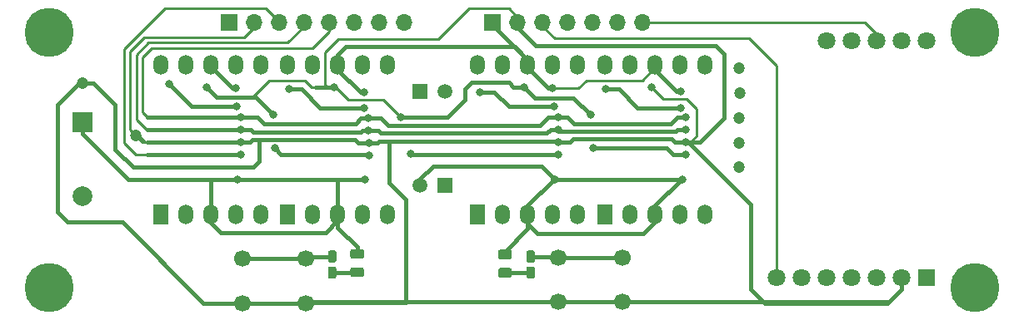
<source format=gbr>
G04 #@! TF.GenerationSoftware,KiCad,Pcbnew,(5.1.5)-2*
G04 #@! TF.CreationDate,2020-04-10T10:41:52+07:00*
G04 #@! TF.ProjectId,KIT_7SegLED_74HC595,4b49545f-3753-4656-974c-45445f373448,rev?*
G04 #@! TF.SameCoordinates,Original*
G04 #@! TF.FileFunction,Copper,L1,Top*
G04 #@! TF.FilePolarity,Positive*
%FSLAX46Y46*%
G04 Gerber Fmt 4.6, Leading zero omitted, Abs format (unit mm)*
G04 Created by KiCad (PCBNEW (5.1.5)-2) date 2020-04-10 10:41:52*
%MOMM*%
%LPD*%
G04 APERTURE LIST*
%ADD10R,1.700000X1.700000*%
%ADD11O,1.700000X1.700000*%
%ADD12C,1.800000*%
%ADD13R,1.800000X1.800000*%
%ADD14C,5.000000*%
%ADD15C,0.800000*%
%ADD16R,1.524000X2.000000*%
%ADD17O,1.524000X2.000000*%
%ADD18R,1.500000X1.500000*%
%ADD19C,1.500000*%
%ADD20R,2.000000X2.000000*%
%ADD21C,2.000000*%
%ADD22C,1.700000*%
%ADD23C,0.100000*%
%ADD24C,1.200000*%
%ADD25C,0.400000*%
%ADD26C,0.250000*%
G04 APERTURE END LIST*
D10*
X177609500Y-30289500D03*
D11*
X180149500Y-30289500D03*
X182689500Y-30289500D03*
X185229500Y-30289500D03*
X187769500Y-30289500D03*
X190309500Y-30289500D03*
X192849500Y-30289500D03*
D12*
X211518500Y-32131000D03*
X214058500Y-32131000D03*
X216598500Y-32131000D03*
X219138500Y-32131000D03*
X221678500Y-32131000D03*
X206438500Y-56261000D03*
X208978500Y-56261000D03*
X211518500Y-56261000D03*
X214058500Y-56261000D03*
X216598500Y-56261000D03*
X219138500Y-56261000D03*
D13*
X221678500Y-56261000D03*
D14*
X132524500Y-57289700D03*
D15*
X134399500Y-57289700D03*
X133850325Y-58615525D03*
X132524500Y-59164700D03*
X131198675Y-58615525D03*
X130649500Y-57289700D03*
X131198675Y-55963875D03*
X132524500Y-55414700D03*
X133850325Y-55963875D03*
X227957325Y-29928875D03*
X226631500Y-29379700D03*
X225305675Y-29928875D03*
X224756500Y-31254700D03*
X225305675Y-32580525D03*
X226631500Y-33129700D03*
X227957325Y-32580525D03*
X228506500Y-31254700D03*
D14*
X226631500Y-31254700D03*
X226631500Y-57289700D03*
D15*
X228506500Y-57289700D03*
X227957325Y-58615525D03*
X226631500Y-59164700D03*
X225305675Y-58615525D03*
X224756500Y-57289700D03*
X225305675Y-55963875D03*
X226631500Y-55414700D03*
X227957325Y-55963875D03*
X133850325Y-29928875D03*
X132524500Y-29379700D03*
X131198675Y-29928875D03*
X130649500Y-31254700D03*
X131198675Y-32580525D03*
X132524500Y-33129700D03*
X133850325Y-32580525D03*
X134399500Y-31254700D03*
D14*
X132524500Y-31254700D03*
D16*
X156790601Y-49821499D03*
D17*
X159330601Y-49821499D03*
X161870601Y-49821499D03*
X164410601Y-49821499D03*
X166950601Y-49821499D03*
X166950601Y-34581499D03*
X164410601Y-34581499D03*
X161870601Y-34581499D03*
X159330601Y-34581499D03*
X156790601Y-34581499D03*
D16*
X143852900Y-49822100D03*
D17*
X146392900Y-49822100D03*
X148932900Y-49822100D03*
X151472900Y-49822100D03*
X154012900Y-49822100D03*
X154012900Y-34582100D03*
X151472900Y-34582100D03*
X148932900Y-34582100D03*
X146392900Y-34582100D03*
X143852900Y-34582100D03*
X176094601Y-34581499D03*
X178634601Y-34581499D03*
X181174601Y-34581499D03*
X183714601Y-34581499D03*
X186254601Y-34581499D03*
X186254601Y-49821499D03*
X183714601Y-49821499D03*
X181174601Y-49821499D03*
X178634601Y-49821499D03*
D16*
X176094601Y-49821499D03*
X189045501Y-49821499D03*
D17*
X191585501Y-49821499D03*
X194125501Y-49821499D03*
X196665501Y-49821499D03*
X199205501Y-49821499D03*
X199205501Y-34581499D03*
X196665501Y-34581499D03*
X194125501Y-34581499D03*
X191585501Y-34581499D03*
X189045501Y-34581499D03*
D18*
X170247601Y-37299900D03*
D19*
X172787601Y-37299900D03*
X170257601Y-46824900D03*
D18*
X172797601Y-46824900D03*
D20*
X135890000Y-40386000D03*
D21*
X135890000Y-47986000D03*
D22*
X152146000Y-54338001D03*
X158646000Y-54338001D03*
X152146000Y-58838001D03*
X158646000Y-58838001D03*
X190777000Y-58729000D03*
X184277000Y-58729000D03*
X190777000Y-54229000D03*
X184277000Y-54229000D03*
D10*
X150812500Y-30289500D03*
D11*
X153352500Y-30289500D03*
X155892500Y-30289500D03*
X158432500Y-30289500D03*
X160972500Y-30289500D03*
X163512500Y-30289500D03*
X166052500Y-30289500D03*
X168592500Y-30289500D03*
G04 #@! TA.AperFunction,SMDPad,CuDef*
D23*
G36*
X161523329Y-53490523D02*
G01*
X161543957Y-53493583D01*
X161564185Y-53498650D01*
X161583820Y-53505676D01*
X161602672Y-53514592D01*
X161620559Y-53525313D01*
X161637309Y-53537735D01*
X161652760Y-53551740D01*
X161666765Y-53567191D01*
X161679187Y-53583941D01*
X161689908Y-53601828D01*
X161698824Y-53620680D01*
X161705850Y-53640315D01*
X161710917Y-53660543D01*
X161713977Y-53681171D01*
X161715000Y-53702000D01*
X161715000Y-54502000D01*
X161713977Y-54522829D01*
X161710917Y-54543457D01*
X161705850Y-54563685D01*
X161698824Y-54583320D01*
X161689908Y-54602172D01*
X161679187Y-54620059D01*
X161666765Y-54636809D01*
X161652760Y-54652260D01*
X161637309Y-54666265D01*
X161620559Y-54678687D01*
X161602672Y-54689408D01*
X161583820Y-54698324D01*
X161564185Y-54705350D01*
X161543957Y-54710417D01*
X161523329Y-54713477D01*
X161502500Y-54714500D01*
X161077500Y-54714500D01*
X161056671Y-54713477D01*
X161036043Y-54710417D01*
X161015815Y-54705350D01*
X160996180Y-54698324D01*
X160977328Y-54689408D01*
X160959441Y-54678687D01*
X160942691Y-54666265D01*
X160927240Y-54652260D01*
X160913235Y-54636809D01*
X160900813Y-54620059D01*
X160890092Y-54602172D01*
X160881176Y-54583320D01*
X160874150Y-54563685D01*
X160869083Y-54543457D01*
X160866023Y-54522829D01*
X160865000Y-54502000D01*
X160865000Y-53702000D01*
X160866023Y-53681171D01*
X160869083Y-53660543D01*
X160874150Y-53640315D01*
X160881176Y-53620680D01*
X160890092Y-53601828D01*
X160900813Y-53583941D01*
X160913235Y-53567191D01*
X160927240Y-53551740D01*
X160942691Y-53537735D01*
X160959441Y-53525313D01*
X160977328Y-53514592D01*
X160996180Y-53505676D01*
X161015815Y-53498650D01*
X161036043Y-53493583D01*
X161056671Y-53490523D01*
X161077500Y-53489500D01*
X161502500Y-53489500D01*
X161523329Y-53490523D01*
G37*
G04 #@! TD.AperFunction*
G04 #@! TA.AperFunction,SMDPad,CuDef*
G36*
X161523329Y-55115523D02*
G01*
X161543957Y-55118583D01*
X161564185Y-55123650D01*
X161583820Y-55130676D01*
X161602672Y-55139592D01*
X161620559Y-55150313D01*
X161637309Y-55162735D01*
X161652760Y-55176740D01*
X161666765Y-55192191D01*
X161679187Y-55208941D01*
X161689908Y-55226828D01*
X161698824Y-55245680D01*
X161705850Y-55265315D01*
X161710917Y-55285543D01*
X161713977Y-55306171D01*
X161715000Y-55327000D01*
X161715000Y-56127000D01*
X161713977Y-56147829D01*
X161710917Y-56168457D01*
X161705850Y-56188685D01*
X161698824Y-56208320D01*
X161689908Y-56227172D01*
X161679187Y-56245059D01*
X161666765Y-56261809D01*
X161652760Y-56277260D01*
X161637309Y-56291265D01*
X161620559Y-56303687D01*
X161602672Y-56314408D01*
X161583820Y-56323324D01*
X161564185Y-56330350D01*
X161543957Y-56335417D01*
X161523329Y-56338477D01*
X161502500Y-56339500D01*
X161077500Y-56339500D01*
X161056671Y-56338477D01*
X161036043Y-56335417D01*
X161015815Y-56330350D01*
X160996180Y-56323324D01*
X160977328Y-56314408D01*
X160959441Y-56303687D01*
X160942691Y-56291265D01*
X160927240Y-56277260D01*
X160913235Y-56261809D01*
X160900813Y-56245059D01*
X160890092Y-56227172D01*
X160881176Y-56208320D01*
X160874150Y-56188685D01*
X160869083Y-56168457D01*
X160866023Y-56147829D01*
X160865000Y-56127000D01*
X160865000Y-55327000D01*
X160866023Y-55306171D01*
X160869083Y-55285543D01*
X160874150Y-55265315D01*
X160881176Y-55245680D01*
X160890092Y-55226828D01*
X160900813Y-55208941D01*
X160913235Y-55192191D01*
X160927240Y-55176740D01*
X160942691Y-55162735D01*
X160959441Y-55150313D01*
X160977328Y-55139592D01*
X160996180Y-55130676D01*
X161015815Y-55123650D01*
X161036043Y-55118583D01*
X161056671Y-55115523D01*
X161077500Y-55114500D01*
X161502500Y-55114500D01*
X161523329Y-55115523D01*
G37*
G04 #@! TD.AperFunction*
G04 #@! TA.AperFunction,SMDPad,CuDef*
G36*
X181690929Y-55115823D02*
G01*
X181711557Y-55118883D01*
X181731785Y-55123950D01*
X181751420Y-55130976D01*
X181770272Y-55139892D01*
X181788159Y-55150613D01*
X181804909Y-55163035D01*
X181820360Y-55177040D01*
X181834365Y-55192491D01*
X181846787Y-55209241D01*
X181857508Y-55227128D01*
X181866424Y-55245980D01*
X181873450Y-55265615D01*
X181878517Y-55285843D01*
X181881577Y-55306471D01*
X181882600Y-55327300D01*
X181882600Y-56127300D01*
X181881577Y-56148129D01*
X181878517Y-56168757D01*
X181873450Y-56188985D01*
X181866424Y-56208620D01*
X181857508Y-56227472D01*
X181846787Y-56245359D01*
X181834365Y-56262109D01*
X181820360Y-56277560D01*
X181804909Y-56291565D01*
X181788159Y-56303987D01*
X181770272Y-56314708D01*
X181751420Y-56323624D01*
X181731785Y-56330650D01*
X181711557Y-56335717D01*
X181690929Y-56338777D01*
X181670100Y-56339800D01*
X181245100Y-56339800D01*
X181224271Y-56338777D01*
X181203643Y-56335717D01*
X181183415Y-56330650D01*
X181163780Y-56323624D01*
X181144928Y-56314708D01*
X181127041Y-56303987D01*
X181110291Y-56291565D01*
X181094840Y-56277560D01*
X181080835Y-56262109D01*
X181068413Y-56245359D01*
X181057692Y-56227472D01*
X181048776Y-56208620D01*
X181041750Y-56188985D01*
X181036683Y-56168757D01*
X181033623Y-56148129D01*
X181032600Y-56127300D01*
X181032600Y-55327300D01*
X181033623Y-55306471D01*
X181036683Y-55285843D01*
X181041750Y-55265615D01*
X181048776Y-55245980D01*
X181057692Y-55227128D01*
X181068413Y-55209241D01*
X181080835Y-55192491D01*
X181094840Y-55177040D01*
X181110291Y-55163035D01*
X181127041Y-55150613D01*
X181144928Y-55139892D01*
X181163780Y-55130976D01*
X181183415Y-55123950D01*
X181203643Y-55118883D01*
X181224271Y-55115823D01*
X181245100Y-55114800D01*
X181670100Y-55114800D01*
X181690929Y-55115823D01*
G37*
G04 #@! TD.AperFunction*
G04 #@! TA.AperFunction,SMDPad,CuDef*
G36*
X181690929Y-53490823D02*
G01*
X181711557Y-53493883D01*
X181731785Y-53498950D01*
X181751420Y-53505976D01*
X181770272Y-53514892D01*
X181788159Y-53525613D01*
X181804909Y-53538035D01*
X181820360Y-53552040D01*
X181834365Y-53567491D01*
X181846787Y-53584241D01*
X181857508Y-53602128D01*
X181866424Y-53620980D01*
X181873450Y-53640615D01*
X181878517Y-53660843D01*
X181881577Y-53681471D01*
X181882600Y-53702300D01*
X181882600Y-54502300D01*
X181881577Y-54523129D01*
X181878517Y-54543757D01*
X181873450Y-54563985D01*
X181866424Y-54583620D01*
X181857508Y-54602472D01*
X181846787Y-54620359D01*
X181834365Y-54637109D01*
X181820360Y-54652560D01*
X181804909Y-54666565D01*
X181788159Y-54678987D01*
X181770272Y-54689708D01*
X181751420Y-54698624D01*
X181731785Y-54705650D01*
X181711557Y-54710717D01*
X181690929Y-54713777D01*
X181670100Y-54714800D01*
X181245100Y-54714800D01*
X181224271Y-54713777D01*
X181203643Y-54710717D01*
X181183415Y-54705650D01*
X181163780Y-54698624D01*
X181144928Y-54689708D01*
X181127041Y-54678987D01*
X181110291Y-54666565D01*
X181094840Y-54652560D01*
X181080835Y-54637109D01*
X181068413Y-54620359D01*
X181057692Y-54602472D01*
X181048776Y-54583620D01*
X181041750Y-54563985D01*
X181036683Y-54543757D01*
X181033623Y-54523129D01*
X181032600Y-54502300D01*
X181032600Y-53702300D01*
X181033623Y-53681471D01*
X181036683Y-53660843D01*
X181041750Y-53640615D01*
X181048776Y-53620980D01*
X181057692Y-53602128D01*
X181068413Y-53584241D01*
X181080835Y-53567491D01*
X181094840Y-53552040D01*
X181110291Y-53538035D01*
X181127041Y-53525613D01*
X181144928Y-53514892D01*
X181163780Y-53505976D01*
X181183415Y-53498950D01*
X181203643Y-53493883D01*
X181224271Y-53490823D01*
X181245100Y-53489800D01*
X181670100Y-53489800D01*
X181690929Y-53490823D01*
G37*
G04 #@! TD.AperFunction*
G04 #@! TA.AperFunction,SMDPad,CuDef*
G36*
X164310142Y-53338574D02*
G01*
X164333803Y-53342084D01*
X164357007Y-53347896D01*
X164379529Y-53355954D01*
X164401153Y-53366182D01*
X164421670Y-53378479D01*
X164440883Y-53392729D01*
X164458607Y-53408793D01*
X164474671Y-53426517D01*
X164488921Y-53445730D01*
X164501218Y-53466247D01*
X164511446Y-53487871D01*
X164519504Y-53510393D01*
X164525316Y-53533597D01*
X164528826Y-53557258D01*
X164530000Y-53581150D01*
X164530000Y-54068650D01*
X164528826Y-54092542D01*
X164525316Y-54116203D01*
X164519504Y-54139407D01*
X164511446Y-54161929D01*
X164501218Y-54183553D01*
X164488921Y-54204070D01*
X164474671Y-54223283D01*
X164458607Y-54241007D01*
X164440883Y-54257071D01*
X164421670Y-54271321D01*
X164401153Y-54283618D01*
X164379529Y-54293846D01*
X164357007Y-54301904D01*
X164333803Y-54307716D01*
X164310142Y-54311226D01*
X164286250Y-54312400D01*
X163373750Y-54312400D01*
X163349858Y-54311226D01*
X163326197Y-54307716D01*
X163302993Y-54301904D01*
X163280471Y-54293846D01*
X163258847Y-54283618D01*
X163238330Y-54271321D01*
X163219117Y-54257071D01*
X163201393Y-54241007D01*
X163185329Y-54223283D01*
X163171079Y-54204070D01*
X163158782Y-54183553D01*
X163148554Y-54161929D01*
X163140496Y-54139407D01*
X163134684Y-54116203D01*
X163131174Y-54092542D01*
X163130000Y-54068650D01*
X163130000Y-53581150D01*
X163131174Y-53557258D01*
X163134684Y-53533597D01*
X163140496Y-53510393D01*
X163148554Y-53487871D01*
X163158782Y-53466247D01*
X163171079Y-53445730D01*
X163185329Y-53426517D01*
X163201393Y-53408793D01*
X163219117Y-53392729D01*
X163238330Y-53378479D01*
X163258847Y-53366182D01*
X163280471Y-53355954D01*
X163302993Y-53347896D01*
X163326197Y-53342084D01*
X163349858Y-53338574D01*
X163373750Y-53337400D01*
X164286250Y-53337400D01*
X164310142Y-53338574D01*
G37*
G04 #@! TD.AperFunction*
G04 #@! TA.AperFunction,SMDPad,CuDef*
G36*
X164310142Y-55213574D02*
G01*
X164333803Y-55217084D01*
X164357007Y-55222896D01*
X164379529Y-55230954D01*
X164401153Y-55241182D01*
X164421670Y-55253479D01*
X164440883Y-55267729D01*
X164458607Y-55283793D01*
X164474671Y-55301517D01*
X164488921Y-55320730D01*
X164501218Y-55341247D01*
X164511446Y-55362871D01*
X164519504Y-55385393D01*
X164525316Y-55408597D01*
X164528826Y-55432258D01*
X164530000Y-55456150D01*
X164530000Y-55943650D01*
X164528826Y-55967542D01*
X164525316Y-55991203D01*
X164519504Y-56014407D01*
X164511446Y-56036929D01*
X164501218Y-56058553D01*
X164488921Y-56079070D01*
X164474671Y-56098283D01*
X164458607Y-56116007D01*
X164440883Y-56132071D01*
X164421670Y-56146321D01*
X164401153Y-56158618D01*
X164379529Y-56168846D01*
X164357007Y-56176904D01*
X164333803Y-56182716D01*
X164310142Y-56186226D01*
X164286250Y-56187400D01*
X163373750Y-56187400D01*
X163349858Y-56186226D01*
X163326197Y-56182716D01*
X163302993Y-56176904D01*
X163280471Y-56168846D01*
X163258847Y-56158618D01*
X163238330Y-56146321D01*
X163219117Y-56132071D01*
X163201393Y-56116007D01*
X163185329Y-56098283D01*
X163171079Y-56079070D01*
X163158782Y-56058553D01*
X163148554Y-56036929D01*
X163140496Y-56014407D01*
X163134684Y-55991203D01*
X163131174Y-55967542D01*
X163130000Y-55943650D01*
X163130000Y-55456150D01*
X163131174Y-55432258D01*
X163134684Y-55408597D01*
X163140496Y-55385393D01*
X163148554Y-55362871D01*
X163158782Y-55341247D01*
X163171079Y-55320730D01*
X163185329Y-55301517D01*
X163201393Y-55283793D01*
X163219117Y-55267729D01*
X163238330Y-55253479D01*
X163258847Y-55241182D01*
X163280471Y-55230954D01*
X163302993Y-55222896D01*
X163326197Y-55217084D01*
X163349858Y-55213574D01*
X163373750Y-55212400D01*
X164286250Y-55212400D01*
X164310142Y-55213574D01*
G37*
G04 #@! TD.AperFunction*
G04 #@! TA.AperFunction,SMDPad,CuDef*
G36*
X179346942Y-55264374D02*
G01*
X179370603Y-55267884D01*
X179393807Y-55273696D01*
X179416329Y-55281754D01*
X179437953Y-55291982D01*
X179458470Y-55304279D01*
X179477683Y-55318529D01*
X179495407Y-55334593D01*
X179511471Y-55352317D01*
X179525721Y-55371530D01*
X179538018Y-55392047D01*
X179548246Y-55413671D01*
X179556304Y-55436193D01*
X179562116Y-55459397D01*
X179565626Y-55483058D01*
X179566800Y-55506950D01*
X179566800Y-55994450D01*
X179565626Y-56018342D01*
X179562116Y-56042003D01*
X179556304Y-56065207D01*
X179548246Y-56087729D01*
X179538018Y-56109353D01*
X179525721Y-56129870D01*
X179511471Y-56149083D01*
X179495407Y-56166807D01*
X179477683Y-56182871D01*
X179458470Y-56197121D01*
X179437953Y-56209418D01*
X179416329Y-56219646D01*
X179393807Y-56227704D01*
X179370603Y-56233516D01*
X179346942Y-56237026D01*
X179323050Y-56238200D01*
X178410550Y-56238200D01*
X178386658Y-56237026D01*
X178362997Y-56233516D01*
X178339793Y-56227704D01*
X178317271Y-56219646D01*
X178295647Y-56209418D01*
X178275130Y-56197121D01*
X178255917Y-56182871D01*
X178238193Y-56166807D01*
X178222129Y-56149083D01*
X178207879Y-56129870D01*
X178195582Y-56109353D01*
X178185354Y-56087729D01*
X178177296Y-56065207D01*
X178171484Y-56042003D01*
X178167974Y-56018342D01*
X178166800Y-55994450D01*
X178166800Y-55506950D01*
X178167974Y-55483058D01*
X178171484Y-55459397D01*
X178177296Y-55436193D01*
X178185354Y-55413671D01*
X178195582Y-55392047D01*
X178207879Y-55371530D01*
X178222129Y-55352317D01*
X178238193Y-55334593D01*
X178255917Y-55318529D01*
X178275130Y-55304279D01*
X178295647Y-55291982D01*
X178317271Y-55281754D01*
X178339793Y-55273696D01*
X178362997Y-55267884D01*
X178386658Y-55264374D01*
X178410550Y-55263200D01*
X179323050Y-55263200D01*
X179346942Y-55264374D01*
G37*
G04 #@! TD.AperFunction*
G04 #@! TA.AperFunction,SMDPad,CuDef*
G36*
X179346942Y-53389374D02*
G01*
X179370603Y-53392884D01*
X179393807Y-53398696D01*
X179416329Y-53406754D01*
X179437953Y-53416982D01*
X179458470Y-53429279D01*
X179477683Y-53443529D01*
X179495407Y-53459593D01*
X179511471Y-53477317D01*
X179525721Y-53496530D01*
X179538018Y-53517047D01*
X179548246Y-53538671D01*
X179556304Y-53561193D01*
X179562116Y-53584397D01*
X179565626Y-53608058D01*
X179566800Y-53631950D01*
X179566800Y-54119450D01*
X179565626Y-54143342D01*
X179562116Y-54167003D01*
X179556304Y-54190207D01*
X179548246Y-54212729D01*
X179538018Y-54234353D01*
X179525721Y-54254870D01*
X179511471Y-54274083D01*
X179495407Y-54291807D01*
X179477683Y-54307871D01*
X179458470Y-54322121D01*
X179437953Y-54334418D01*
X179416329Y-54344646D01*
X179393807Y-54352704D01*
X179370603Y-54358516D01*
X179346942Y-54362026D01*
X179323050Y-54363200D01*
X178410550Y-54363200D01*
X178386658Y-54362026D01*
X178362997Y-54358516D01*
X178339793Y-54352704D01*
X178317271Y-54344646D01*
X178295647Y-54334418D01*
X178275130Y-54322121D01*
X178255917Y-54307871D01*
X178238193Y-54291807D01*
X178222129Y-54274083D01*
X178207879Y-54254870D01*
X178195582Y-54234353D01*
X178185354Y-54212729D01*
X178177296Y-54190207D01*
X178171484Y-54167003D01*
X178167974Y-54143342D01*
X178166800Y-54119450D01*
X178166800Y-53631950D01*
X178167974Y-53608058D01*
X178171484Y-53584397D01*
X178177296Y-53561193D01*
X178185354Y-53538671D01*
X178195582Y-53517047D01*
X178207879Y-53496530D01*
X178222129Y-53477317D01*
X178238193Y-53459593D01*
X178255917Y-53443529D01*
X178275130Y-53429279D01*
X178295647Y-53416982D01*
X178317271Y-53406754D01*
X178339793Y-53398696D01*
X178362997Y-53392884D01*
X178386658Y-53389374D01*
X178410550Y-53388200D01*
X179323050Y-53388200D01*
X179346942Y-53389374D01*
G37*
G04 #@! TD.AperFunction*
D15*
X151599900Y-38823900D03*
X144706400Y-36502400D03*
X152044400Y-42443400D03*
X155282900Y-39649400D03*
X148551900Y-36855400D03*
X161489601Y-36854799D03*
X184286101Y-42442799D03*
X180793601Y-36854799D03*
X197237001Y-42442799D03*
X193744501Y-36854799D03*
X165061900Y-42570400D03*
X187540900Y-39649400D03*
X180809900Y-36855400D03*
X168300400Y-39903400D03*
D24*
X135890000Y-36449000D03*
X202628500Y-45021500D03*
D15*
X151663400Y-46253400D03*
X164601101Y-46252799D03*
X183905101Y-46252799D03*
X196856001Y-46252799D03*
X151472900Y-36982400D03*
X183714601Y-36982400D03*
X164553900Y-37363400D03*
X196684900Y-37299900D03*
D24*
X202692000Y-37465000D03*
D15*
X164553900Y-38950900D03*
X156908500Y-37020500D03*
X183841601Y-38823299D03*
X176339500Y-37338000D03*
X196748400Y-38950900D03*
X189103000Y-37020500D03*
X152044400Y-43713400D03*
X152044400Y-39903400D03*
X184286101Y-39902799D03*
X197237001Y-39902799D03*
X164998400Y-40030400D03*
D24*
X202628500Y-40005000D03*
D15*
X152044400Y-41173400D03*
X184286101Y-41172799D03*
X197237001Y-41172799D03*
X164998400Y-41300400D03*
D24*
X202628500Y-42545000D03*
D15*
X155473400Y-43078400D03*
X165061900Y-43840400D03*
X184286101Y-43712799D03*
X169252900Y-43624500D03*
X197237001Y-43712799D03*
X187794900Y-43014900D03*
D24*
X202628500Y-34925000D03*
X141325600Y-41757600D03*
D25*
X151599900Y-38823900D02*
X147027900Y-38823900D01*
X147027900Y-38823900D02*
X144706400Y-36502400D01*
X148551900Y-36855400D02*
X149567900Y-37871400D01*
X153504900Y-37871400D02*
X155282900Y-39649400D01*
X179260500Y-36385500D02*
X175450500Y-36385500D01*
X174815500Y-38100000D02*
X174815500Y-37020500D01*
X174815500Y-37020500D02*
X175450500Y-36385500D01*
X173012100Y-39903400D02*
X174815500Y-38100000D01*
X168300400Y-39903400D02*
X173012100Y-39903400D01*
X179729799Y-36854799D02*
X179260500Y-36385500D01*
X180793601Y-36854799D02*
X179729799Y-36854799D01*
X196112799Y-42442799D02*
X197237001Y-42442799D01*
X195795900Y-42125900D02*
X196112799Y-42442799D01*
X185762900Y-42125900D02*
X195795900Y-42125900D01*
X184286101Y-42442799D02*
X185446001Y-42442799D01*
X185446001Y-42442799D02*
X185762900Y-42125900D01*
X185826400Y-37934900D02*
X187540900Y-39649400D01*
X180809900Y-36855400D02*
X181889400Y-37934900D01*
X181889400Y-37934900D02*
X185826400Y-37934900D01*
D26*
X166522400Y-38125400D02*
X168300400Y-39903400D01*
X162966400Y-38125400D02*
X166522400Y-38125400D01*
X161489601Y-36854799D02*
X161695799Y-36854799D01*
X161695799Y-36854799D02*
X162966400Y-38125400D01*
X197701501Y-42442799D02*
X197237001Y-42442799D01*
X198335900Y-41808400D02*
X197701501Y-42442799D01*
X193744501Y-36899501D02*
X194906900Y-38061900D01*
X197319900Y-38061900D02*
X198335900Y-39077900D01*
X194906900Y-38061900D02*
X197319900Y-38061900D01*
X193744501Y-36854799D02*
X193744501Y-36899501D01*
X198335900Y-39077900D02*
X198335900Y-41808400D01*
D25*
X184223202Y-42379900D02*
X184286101Y-42442799D01*
X165061900Y-42570400D02*
X165887400Y-42570400D01*
X165887400Y-42570400D02*
X166077900Y-42379900D01*
X152933400Y-42443400D02*
X152044400Y-42443400D01*
X153187400Y-42189400D02*
X152933400Y-42443400D01*
X165061900Y-42570400D02*
X163982400Y-42570400D01*
X163982400Y-42570400D02*
X163601400Y-42189400D01*
X152044400Y-42443400D02*
X142557500Y-42443400D01*
D26*
X142557500Y-42443400D02*
X142265400Y-42443400D01*
D25*
X161489601Y-36854799D02*
X159600299Y-36854799D01*
D26*
X159600299Y-36854799D02*
X159219299Y-36854799D01*
X159219299Y-36854799D02*
X158559500Y-36195000D01*
X158559500Y-36195000D02*
X154876500Y-36195000D01*
D25*
X149567900Y-37871400D02*
X153225500Y-37846000D01*
D26*
X154876500Y-36195000D02*
X153225500Y-37846000D01*
D25*
X153225500Y-37846000D02*
X153504900Y-37871400D01*
X219138500Y-56261000D02*
X219138500Y-57213500D01*
X167106600Y-42379900D02*
X184223202Y-42379900D01*
X166077900Y-42379900D02*
X167106600Y-42379900D01*
X153885900Y-42189400D02*
X153187400Y-42189400D01*
X163601400Y-42189400D02*
X153885900Y-42189400D01*
X158646000Y-58838001D02*
X152146000Y-58838001D01*
X190777000Y-58729000D02*
X184277000Y-58729000D01*
X158755001Y-58729000D02*
X158646000Y-58838001D01*
X184277000Y-58729000D02*
X158755001Y-58729000D01*
X158683001Y-58801000D02*
X158646000Y-58838001D01*
X168783000Y-58801000D02*
X158683001Y-58801000D01*
X168783000Y-48260000D02*
X168783000Y-58801000D01*
X167106600Y-42379900D02*
X167106600Y-46583600D01*
X167106600Y-46583600D02*
X168783000Y-48260000D01*
X217877000Y-58729000D02*
X219138500Y-57467500D01*
X190777000Y-58729000D02*
X217877000Y-58729000D01*
X219138500Y-57213500D02*
X219138500Y-57467500D01*
X219138500Y-57467500D02*
X219138500Y-56261000D01*
X148246001Y-58838001D02*
X140017500Y-50609500D01*
X152146000Y-58838001D02*
X148246001Y-58838001D01*
D26*
X160591500Y-36576000D02*
X160870299Y-36854799D01*
X160591500Y-33274000D02*
X160591500Y-36576000D01*
X172085000Y-31940500D02*
X161925000Y-31940500D01*
X160870299Y-36854799D02*
X161489601Y-36854799D01*
X161925000Y-31940500D02*
X160591500Y-33274000D01*
X175196500Y-28829000D02*
X172085000Y-31940500D01*
X180149500Y-29718000D02*
X179260500Y-28829000D01*
X180149500Y-30289500D02*
X180149500Y-29718000D01*
X179260500Y-28829000D02*
X175196500Y-28829000D01*
D25*
X201104500Y-40005000D02*
X198666701Y-42442799D01*
X180149500Y-30797500D02*
X181991000Y-32639000D01*
X181991000Y-32639000D02*
X200279000Y-32639000D01*
X198666701Y-42442799D02*
X197237001Y-42442799D01*
X200279000Y-32639000D02*
X201104500Y-33464500D01*
X180149500Y-30289500D02*
X180149500Y-30797500D01*
X201104500Y-33464500D02*
X201104500Y-40005000D01*
X135572500Y-36449000D02*
X135890000Y-36449000D01*
X133413500Y-38608000D02*
X135572500Y-36449000D01*
X140017500Y-50609500D02*
X134429500Y-50609500D01*
X133413500Y-49593500D02*
X133413500Y-38608000D01*
X134429500Y-50609500D02*
X133413500Y-49593500D01*
X137033000Y-36449000D02*
X135890000Y-36449000D01*
X139255500Y-38671500D02*
X137033000Y-36449000D01*
X153885900Y-44424600D02*
X153289000Y-45021500D01*
X153289000Y-45021500D02*
X141097000Y-45021500D01*
X153885900Y-42189400D02*
X153885900Y-44424600D01*
X141097000Y-45021500D02*
X139255500Y-43180000D01*
X139255500Y-43180000D02*
X139255500Y-38671500D01*
X197509799Y-42442799D02*
X197237001Y-42442799D01*
X217741500Y-58864500D02*
X205232000Y-58864500D01*
X205232000Y-58864500D02*
X203835000Y-57467500D01*
X219138500Y-57467500D02*
X217741500Y-58864500D01*
X203835000Y-57467500D02*
X203835000Y-48768000D01*
X203835000Y-48768000D02*
X197509799Y-42442799D01*
X181174601Y-48919799D02*
X183841601Y-46252799D01*
X181174601Y-49821499D02*
X181174601Y-48919799D01*
X183841601Y-46252799D02*
X183905101Y-46252799D01*
X194125501Y-48919799D02*
X196792501Y-46252799D01*
X194125501Y-49821499D02*
X194125501Y-48919799D01*
X196792501Y-46252799D02*
X196856001Y-46252799D01*
D26*
X148932900Y-34759900D02*
X148932900Y-34582100D01*
D25*
X151472900Y-36982400D02*
X151155400Y-36982400D01*
X151155400Y-36982400D02*
X148932900Y-34759900D01*
X183286400Y-36982400D02*
X181174601Y-34870601D01*
X183714601Y-36982400D02*
X183286400Y-36982400D01*
X181174601Y-34870601D02*
X181174601Y-34581499D01*
X194125501Y-35121501D02*
X194125501Y-34581499D01*
X196303900Y-37299900D02*
X194125501Y-35121501D01*
X196684900Y-37299900D02*
X196303900Y-37299900D01*
X161870601Y-50397199D02*
X161870601Y-49821499D01*
X149948900Y-51650900D02*
X160616900Y-51650900D01*
X148932900Y-49822100D02*
X148932900Y-50634900D01*
X160616900Y-51650900D02*
X161870601Y-50397199D01*
X148932900Y-50634900D02*
X149948900Y-51650900D01*
X164600500Y-46253400D02*
X164601101Y-46252799D01*
X151663400Y-46253400D02*
X164600500Y-46253400D01*
X183905101Y-46252799D02*
X196856001Y-46252799D01*
D26*
X183714601Y-36982400D02*
X186347100Y-36982400D01*
X186347100Y-36982400D02*
X187134500Y-36195000D01*
X187134500Y-36195000D02*
X192786000Y-36195000D01*
X194125501Y-34855499D02*
X194125501Y-34581499D01*
X192786000Y-36195000D02*
X194125501Y-34855499D01*
D25*
X181174601Y-34581499D02*
X181174601Y-34045101D01*
X182546802Y-44894500D02*
X183905101Y-46252799D01*
X171577000Y-44894500D02*
X182546802Y-44894500D01*
X170257601Y-46824900D02*
X170257601Y-46213899D01*
X170257601Y-46213899D02*
X171577000Y-44894500D01*
X164553900Y-37363400D02*
X164172900Y-37363400D01*
X161870601Y-35061101D02*
X161870601Y-34581499D01*
X164172900Y-37363400D02*
X161870601Y-35061101D01*
X161870601Y-33552799D02*
X161870601Y-34581499D01*
X181174601Y-34045101D02*
X179832000Y-32702500D01*
X162720900Y-32702500D02*
X161870601Y-33552799D01*
X179832000Y-32702500D02*
X162720900Y-32702500D01*
X177609500Y-30480000D02*
X177609500Y-30289500D01*
X181174601Y-34045101D02*
X177609500Y-30480000D01*
X148932900Y-46253400D02*
X148932900Y-49822100D01*
X151663400Y-46253400D02*
X148932900Y-46253400D01*
X161870601Y-46252799D02*
X164601101Y-46252799D01*
X161870601Y-49821499D02*
X161870601Y-46252799D01*
X140550900Y-46253400D02*
X151663400Y-46253400D01*
X135890000Y-40386000D02*
X135890000Y-41592500D01*
X135890000Y-41592500D02*
X140550900Y-46253400D01*
X156908500Y-37020500D02*
X158162802Y-37020500D01*
X158162802Y-37020500D02*
X160093202Y-38950900D01*
X160093202Y-38950900D02*
X164553900Y-38950900D01*
X179269601Y-38823299D02*
X183841601Y-38823299D01*
X176339500Y-37338000D02*
X177784302Y-37338000D01*
X177784302Y-37338000D02*
X179269601Y-38823299D01*
X189103000Y-37020500D02*
X190417702Y-37020500D01*
X192348102Y-38950900D02*
X196748400Y-38950900D01*
X190417702Y-37020500D02*
X192348102Y-38950900D01*
X152044400Y-43713400D02*
X142557500Y-43713400D01*
D26*
X155892500Y-30162500D02*
X155892500Y-30289500D01*
X154559000Y-28829000D02*
X155892500Y-30162500D01*
X141312900Y-43713400D02*
X140144500Y-42545000D01*
X142557500Y-43713400D02*
X141312900Y-43713400D01*
X140144500Y-32956500D02*
X144272000Y-28829000D01*
X144272000Y-28829000D02*
X154559000Y-28829000D01*
X140144500Y-42545000D02*
X140144500Y-32956500D01*
D25*
X152044400Y-39903400D02*
X152107900Y-39966900D01*
X197237001Y-39902799D02*
X197300501Y-39966299D01*
X152044400Y-39903400D02*
X142519400Y-39903400D01*
X164998400Y-40030400D02*
X164998400Y-40013500D01*
X164998400Y-40013500D02*
X165045601Y-39966299D01*
X184286702Y-39903400D02*
X184286101Y-39902799D01*
X196399751Y-39902799D02*
X195700650Y-40601900D01*
X197237001Y-39902799D02*
X196399751Y-39902799D01*
X195700650Y-40601900D02*
X185889900Y-40601900D01*
X185889900Y-40601900D02*
X185191400Y-39903400D01*
X185191400Y-39903400D02*
X184286702Y-39903400D01*
X183287001Y-39902799D02*
X184286101Y-39902799D01*
X182397400Y-40792400D02*
X183287001Y-39902799D01*
X166966900Y-40792400D02*
X182397400Y-40792400D01*
X164998400Y-40030400D02*
X166204900Y-40030400D01*
X166204900Y-40030400D02*
X166966900Y-40792400D01*
X154393900Y-40601900D02*
X153695400Y-39903400D01*
X163664900Y-40601900D02*
X154393900Y-40601900D01*
X153695400Y-39903400D02*
X152044400Y-39903400D01*
X164998400Y-40030400D02*
X164236400Y-40030400D01*
X164236400Y-40030400D02*
X163664900Y-40601900D01*
D26*
X160972500Y-31178500D02*
X160972500Y-30289500D01*
X142049500Y-39433500D02*
X142049500Y-33782000D01*
X142049500Y-33782000D02*
X142938500Y-32893000D01*
X142938500Y-32893000D02*
X159258000Y-32893000D01*
X142519400Y-39903400D02*
X142049500Y-39433500D01*
X159258000Y-32893000D02*
X160972500Y-31178500D01*
D25*
X152044400Y-41173400D02*
X152107900Y-41236900D01*
X197237001Y-41172799D02*
X197300501Y-41236299D01*
X164998400Y-41300400D02*
X164998400Y-41283500D01*
X164998400Y-41283500D02*
X165045601Y-41236299D01*
X196368001Y-41172799D02*
X197237001Y-41172799D01*
X184286101Y-41172799D02*
X184477202Y-41363900D01*
X196176900Y-41363900D02*
X196368001Y-41172799D01*
X184477202Y-41363900D02*
X196176900Y-41363900D01*
X165950900Y-41300400D02*
X166204900Y-41554400D01*
X164998400Y-41300400D02*
X165950900Y-41300400D01*
X183476900Y-41173400D02*
X184285500Y-41173400D01*
X166204900Y-41554400D02*
X183095900Y-41554400D01*
X184285500Y-41173400D02*
X184286101Y-41172799D01*
X183095900Y-41554400D02*
X183476900Y-41173400D01*
X153250900Y-41427400D02*
X152996900Y-41173400D01*
X164236400Y-41427400D02*
X153250900Y-41427400D01*
X164998400Y-41300400D02*
X164363400Y-41300400D01*
X152996900Y-41173400D02*
X152044400Y-41173400D01*
X164363400Y-41300400D02*
X164236400Y-41427400D01*
X152044400Y-41173400D02*
X142557500Y-41173400D01*
D26*
X158432500Y-30670500D02*
X158432500Y-30289500D01*
X142455900Y-41173400D02*
X141414500Y-40132000D01*
X141414500Y-40132000D02*
X141414500Y-33528000D01*
X156781500Y-32321500D02*
X158432500Y-30670500D01*
X141414500Y-33528000D02*
X142621000Y-32321500D01*
X142557500Y-41173400D02*
X142455900Y-41173400D01*
X142621000Y-32321500D02*
X156781500Y-32321500D01*
D25*
X164934299Y-43712799D02*
X156107799Y-43712799D01*
X165061900Y-43840400D02*
X164934299Y-43712799D01*
X156107799Y-43712799D02*
X155473400Y-43078400D01*
X169252900Y-43624500D02*
X169341800Y-43713400D01*
X169341800Y-43713400D02*
X184285500Y-43713400D01*
X184285500Y-43713400D02*
X184286101Y-43712799D01*
X187794900Y-43014900D02*
X195287900Y-43014900D01*
X195985799Y-43712799D02*
X197237001Y-43712799D01*
X195287900Y-43014900D02*
X195985799Y-43712799D01*
D26*
X153352500Y-30797500D02*
X153352500Y-30289500D01*
X152336500Y-31813500D02*
X153352500Y-30797500D01*
X142011400Y-42443400D02*
X142265400Y-42443400D01*
X140779500Y-41211500D02*
X140779500Y-33210500D01*
X141325600Y-41757600D02*
X142011400Y-42443400D01*
X141325600Y-41757600D02*
X141579600Y-41757600D01*
X141579600Y-41757600D02*
X142265400Y-42443400D01*
X141325600Y-41757600D02*
X140779500Y-41211500D01*
X140779500Y-33210500D02*
X142176500Y-31813500D01*
X142176500Y-31813500D02*
X152336500Y-31813500D01*
D25*
X163830000Y-53824900D02*
X163830000Y-53136800D01*
X161870601Y-51177401D02*
X161870601Y-49821499D01*
X163830000Y-53136800D02*
X161870601Y-51177401D01*
X178866800Y-53875700D02*
X178866800Y-53594000D01*
X181174601Y-51286199D02*
X181174601Y-49821499D01*
X178866800Y-53594000D02*
X181174601Y-51286199D01*
X182181500Y-51777900D02*
X181174601Y-50771001D01*
X192938400Y-51777900D02*
X182181500Y-51777900D01*
X181174601Y-50771001D02*
X181174601Y-49821499D01*
X194125501Y-49821499D02*
X194125501Y-50590799D01*
X194125501Y-50590799D02*
X192938400Y-51777900D01*
X158646000Y-54338001D02*
X152146000Y-54338001D01*
X158882001Y-54102000D02*
X158646000Y-54338001D01*
X161290000Y-54102000D02*
X158882001Y-54102000D01*
X190777000Y-54229000D02*
X184277000Y-54229000D01*
X184150300Y-54102300D02*
X184277000Y-54229000D01*
X181457600Y-54102300D02*
X184150300Y-54102300D01*
D26*
X215455500Y-30289500D02*
X193294000Y-30289500D01*
X216598500Y-32131000D02*
X216598500Y-31432500D01*
X216598500Y-31432500D02*
X215455500Y-30289500D01*
X182689500Y-30670500D02*
X182689500Y-30289500D01*
X203644500Y-31877000D02*
X183896000Y-31877000D01*
X183896000Y-31877000D02*
X182689500Y-30670500D01*
X206438500Y-56261000D02*
X206438500Y-34671000D01*
X206438500Y-34671000D02*
X203644500Y-31877000D01*
D25*
X163802900Y-55727000D02*
X163830000Y-55699900D01*
X161290000Y-55727000D02*
X163802900Y-55727000D01*
X178890200Y-55727300D02*
X178866800Y-55750700D01*
X181457600Y-55727300D02*
X178890200Y-55727300D01*
M02*

</source>
